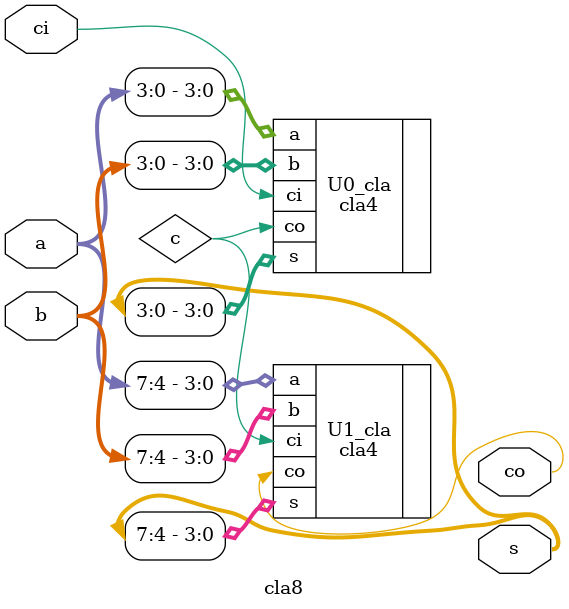
<source format=v>
module cla8(a,b,ci,s,co);
input [7:0] a, b;
input ci;
output [7:0] s;
output co;

wire c;

cla4 U0_cla(.a(a[3:0]),.b(b[3:0]),.ci(ci),.s(s[3:0]),.co(c));
cla4 U1_cla(.a(a[7:4]),.b(b[7:4]),.ci(c),.s(s[7:4]),.co(co));

endmodule

</source>
